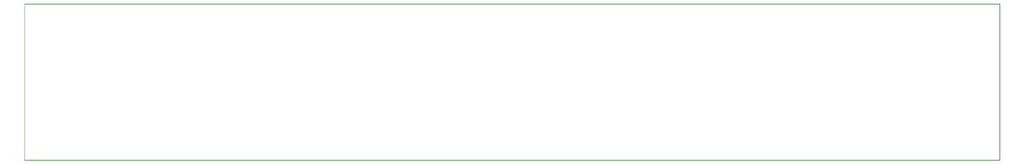
<source format=gko>
*%FSLAX23Y23*%
*%MOIN*%
G01*
D17*
X14310Y7309D02*
Y8694D01*
X14310Y8695D01*
X14310Y8695D01*
X14310Y8696D01*
X14311Y8696D01*
X14311D01*
X14312Y8696D01*
X14312Y8695D01*
X14312Y8695D01*
X14312Y8694D01*
Y7309D01*
X14312Y7308D01*
X14312Y7308D01*
X14312Y7307D01*
X14311Y7307D01*
X14311D01*
X14310Y7307D01*
X14310Y7308D01*
X14310Y7308D01*
X14310Y7309D01*
X14311D02*
Y8694D01*
X5688D02*
Y7309D01*
X5688Y7308D01*
X5688Y7308D01*
X5688Y7307D01*
X5689Y7307D01*
X5689D01*
X5690Y7307D01*
X5690Y7308D01*
X5690Y7308D01*
X5690Y7309D01*
Y8694D01*
X5690Y8695D01*
X5690Y8695D01*
X5690Y8696D01*
X5689Y8696D01*
X5689D01*
X5688Y8696D01*
X5688Y8695D01*
X5688Y8695D01*
X5688Y8694D01*
X5689D02*
Y7309D01*
Y7310D02*
X5780D01*
X5780Y7310D01*
X5780Y7310D01*
X5781Y7309D01*
X5781Y7309D01*
Y7308D01*
X5781Y7308D01*
X5780Y7308D01*
X5780Y7307D01*
X5780Y7307D01*
X5689D01*
X5689Y7307D01*
X5688Y7308D01*
X5688Y7308D01*
X5688Y7308D01*
Y7309D01*
X5688Y7309D01*
X5688Y7310D01*
X5689Y7310D01*
X5689Y7310D01*
Y7309D02*
X5780D01*
X5783Y7310D02*
X14311D01*
X14312Y7310D01*
X14312Y7310D01*
X14312Y7309D01*
X14312Y7309D01*
Y7308D01*
X14312Y7308D01*
X14312Y7308D01*
X14312Y7307D01*
X14311Y7307D01*
X5783D01*
X5783Y7307D01*
X5783Y7308D01*
X5782Y7308D01*
X5782Y7308D01*
Y7309D01*
X5782Y7309D01*
X5783Y7310D01*
X5783Y7310D01*
X5783Y7310D01*
Y7309D02*
X14311D01*
Y8696D02*
X5689D01*
X5689Y8696D01*
X5688Y8696D01*
X5688Y8695D01*
X5688Y8695D01*
Y8694D01*
X5688Y8694D01*
X5688Y8693D01*
X5689Y8693D01*
X5689Y8693D01*
X14311D01*
X14312Y8693D01*
X14312Y8693D01*
X14312Y8694D01*
X14312Y8694D01*
Y8695D01*
X14312Y8695D01*
X14312Y8696D01*
X14312Y8696D01*
X14311Y8696D01*
Y8694D02*
X5689D01*
D02*
M02*

</source>
